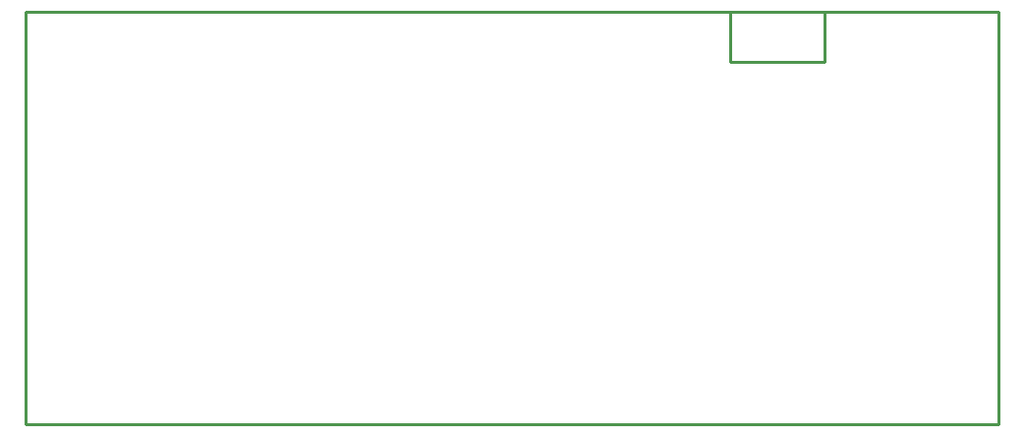
<source format=gko>
G04 ---------------------------- Layer name :KeepOutLayer*
G04 EasyEDA v5.8.22, Tue, 08 Jan 2019 20:33:26 GMT*
G04 129acfe98f9248dba87738b5e980386f*
G04 Gerber Generator version 0.2*
G04 Scale: 100 percent, Rotated: No, Reflected: No *
G04 Dimensions in inches *
G04 leading zeros omitted , absolute positions ,2 integer and 4 decimal *
%FSLAX24Y24*%
%MOIN*%
G90*
G70D02*

%ADD10C,0.010000*%
G54D10*
G01X27100Y12300D02*
G01X23900Y12300D01*
G01X23900Y12300D02*
G01X23900Y14000D01*
G01X23900Y14000D02*
G01X27100Y14000D01*
G01X27100Y14000D02*
G01X27100Y12300D01*
G01X0Y14000D02*
G01X33000Y14000D01*
G01X33000Y0D01*
G01X0Y0D01*
G01X0Y14000D01*

%LPD*%
M00*
M02*

</source>
